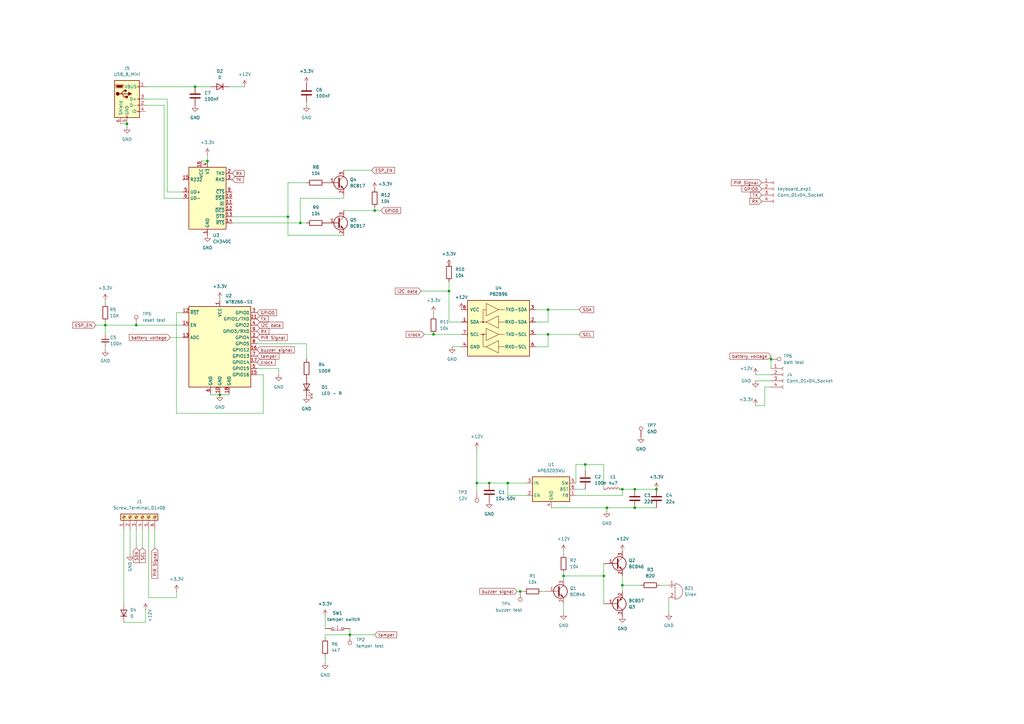
<source format=kicad_sch>
(kicad_sch (version 20231120) (generator "eeschema") (generator_version "8.0")
  (paper "A3")
  (title_block (title "EZS Q - Universal module") (rev "5") (company "Radim Kolář"))
  (lib_symbols
    (symbol "+12V_1" (power) (pin_numbers hide) (pin_names (offset 0) hide)
      (property "Value" "+12V_1" (at 0 3.556 0))
      (symbol "+12V_1_1_1"
        (pin power_in line (at 0 0 90) (length 0) hide (name "+12V") (number "1"))
      )
    )
    (symbol "+12V_2" (power) (pin_numbers hide) (pin_names (offset 0) hide)
      (property "Value" "+12V_2" (at 0 3.556 0))
      (symbol "+12V_2_1_1"
        (pin power_in line (at 0 0 90) (length 0) hide (name "+12V") (number "1"))
      )
    )
    (symbol "+12V_3" (power) (pin_numbers hide) (pin_names (offset 0) hide)
      (property "Value" "+12V" (at 0 3.556 0))
      (symbol "+12V_3_1_1"
        (pin power_in line (at 0 0 90) (length 0) (name "~") (number "1"))
      )
    )
    (symbol "+12V_4" (power) (pin_numbers hide) (pin_names (offset 0) hide)
      (property "Value" "+12V" (at 0 3.556 0))
      (symbol "+12V_4_1_1"
        (pin power_in line (at 0 0 90) (length 0) (name "~") (number "1"))
      )
    )
    (symbol "+3.3V_1" (power) (pin_numbers hide) (pin_names (offset 0) hide)
      (property "Value" "+3.3V" (at 0 3.556 0))
      (symbol "+3.3V_1_1_1"
        (pin power_in line (at 0 0 90) (length 0) (name "~") (number "1"))
      )
    )
    (symbol "+3.3V_10" (power) (pin_numbers hide) (pin_names (offset 0) hide)
      (property "Value" "+3.3V" (at 0 3.556 0))
      (symbol "+3.3V_10_1_1"
        (pin power_in line (at 0 0 90) (length 0) (name "~") (number "1"))
      )
    )
    (symbol "+3.3V_2" (power) (pin_names (offset 0))
      (property "Value" "+3.3V_2" (at 0 3.556 0))
      (symbol "+3.3V_2_1_1"
        (pin power_in line (at 0 0 90) (length 0) hide (name "+3.3V") (number "1"))
      )
    )
    (symbol "+3.3V_3" (power) (pin_names (offset 0))
      (property "Value" "+3.3V_3" (at 0 3.556 0))
      (symbol "+3.3V_3_1_1"
        (pin power_in line (at 0 0 90) (length 0) hide (name "+3.3V") (number "1"))
      )
    )
    (symbol "+3.3V_4" (power) (pin_names (offset 0))
      (property "Value" "+3.3V_4" (at 0 3.556 0))
      (symbol "+3.3V_4_1_1"
        (pin power_in line (at 0 0 90) (length 0) hide (name "+3.3V") (number "1"))
      )
    )
    (symbol "+3.3V_5" (power) (pin_numbers hide) (pin_names (offset 0) hide)
      (property "Value" "+3.3V" (at 0 3.556 0))
      (symbol "+3.3V_5_1_1"
        (pin power_in line (at 0 0 90) (length 0) (name "~") (number "1"))
      )
    )
    (symbol "+3.3V_6" (power) (pin_numbers hide) (pin_names (offset 0) hide)
      (property "Value" "+3.3V" (at 0 3.556 0))
      (symbol "+3.3V_6_1_1"
        (pin power_in line (at 0 0 90) (length 0) (name "~") (number "1"))
      )
    )
    (symbol "+3.3V_7" (power) (pin_numbers hide) (pin_names (offset 0) hide)
      (property "Value" "+3.3V" (at 0 3.556 0))
      (symbol "+3.3V_7_1_1"
        (pin power_in line (at 0 0 90) (length 0) (name "~") (number "1"))
      )
    )
    (symbol "+3.3V_8" (power) (pin_numbers hide) (pin_names (offset 0) hide)
      (property "Value" "+3.3V" (at 0 3.556 0))
      (symbol "+3.3V_8_1_1"
        (pin power_in line (at 0 0 90) (length 0) (name "~") (number "1"))
      )
    )
    (symbol "Connector:Conn_01x04_Socket" (pin_names (offset 1.016) hide)
      (property "Reference" "J" (at 0 5.08 0))
      (property "Value" "Conn_01x04_Socket" (at 0 -7.62 0))
      (symbol "Conn_01x04_Socket_1_1"
        (pin passive line (at -5.08 2.54 0) (length 3.81) (name "Pin_1") (number "1"))
        (pin passive line (at -5.08 0 0) (length 3.81) (name "Pin_2") (number "2"))
        (pin passive line (at -5.08 -2.54 0) (length 3.81) (name "Pin_3") (number "3"))
        (pin passive line (at -5.08 -5.08 0) (length 3.81) (name "Pin_4") (number "4"))
      )
    )
    (symbol "Connector:Screw_Terminal_01x06" (pin_names (offset 1.016) hide)
      (property "Reference" "J" (at 0 7.62 0))
      (property "Value" "Screw_Terminal_01x06" (at 0 -10.16 0))
      (symbol "Screw_Terminal_01x06_1_1"
        (pin passive line (at -5.08 5.08 0) (length 3.81) (name "Pin_1") (number "1"))
        (pin passive line (at -5.08 2.54 0) (length 3.81) (name "Pin_2") (number "2"))
        (pin passive line (at -5.08 0 0) (length 3.81) (name "Pin_3") (number "3"))
        (pin passive line (at -5.08 -2.54 0) (length 3.81) (name "Pin_4") (number "4"))
        (pin passive line (at -5.08 -5.08 0) (length 3.81) (name "Pin_5") (number "5"))
        (pin passive line (at -5.08 -7.62 0) (length 3.81) (name "Pin_6") (number "6"))
      )
    )
    (symbol "Connector:TestPoint" (pin_numbers hide) (pin_names (offset 0.762) hide)
      (property "Reference" "TP" (at 0 6.858 0))
      (property "Value" "TestPoint" (at 0 5.08 0))
      (symbol "TestPoint_1_1"
        (pin passive line (at 0 0 90) (length 2.54) (name "1") (number "1"))
      )
    )
    (symbol "Connector:USB_B_Mini" (pin_names (offset 1.016))
      (property "Reference" "J" (at -5.08 11.43 0))
      (property "Value" "USB_B_Mini" (at -5.08 8.89 0))
      (symbol "USB_B_Mini_1_1"
        (pin power_out line (at 7.62 5.08 180) (length 2.54) (name "VBUS") (number "1"))
        (pin bidirectional line (at 7.62 -2.54 180) (length 2.54) (name "D-") (number "2"))
        (pin bidirectional line (at 7.62 0 180) (length 2.54) (name "D+") (number "3"))
        (pin passive line (at 7.62 -5.08 180) (length 2.54) (name "ID") (number "4"))
        (pin power_out line (at 0 -10.16 90) (length 2.54) (name "GND") (number "5"))
        (pin passive line (at -2.54 -10.16 90) (length 2.54) (name "Shield") (number "6"))
      )
    )
    (symbol "Device:Buzzer" (pin_names (offset 0.0254) hide)
      (property "Reference" "BZ" (at 3.81 1.27 0))
      (property "Value" "Buzzer" (at 3.81 -1.27 0))
      (symbol "Buzzer_1_1"
        (pin passive line (at -2.54 2.54 0) (length 2.54) (name "-") (number "1"))
        (pin passive line (at -2.54 -2.54 0) (length 2.54) (name "+") (number "2"))
      )
    )
    (symbol "Device:C" (pin_numbers hide) (pin_names (offset 0.254))
      (property "Reference" "C" (at 0.635 2.54 0))
      (property "Value" "C" (at 0.635 -2.54 0))
      (symbol "C_1_1"
        (pin passive line (at 0 3.81 270) (length 2.794) (name "~") (number "1"))
        (pin passive line (at 0 -3.81 90) (length 2.794) (name "~") (number "2"))
      )
    )
    (symbol "Device:C_Small" (pin_numbers hide) (pin_names (offset 0.254) hide)
      (property "Reference" "C" (at 0.254 1.778 0))
      (property "Value" "C_Small" (at 0.254 -2.032 0))
      (symbol "C_Small_1_1"
        (pin passive line (at 0 2.54 270) (length 2.032) (name "~") (number "1"))
        (pin passive line (at 0 -2.54 90) (length 2.032) (name "~") (number "2"))
      )
    )
    (symbol "Device:D" (pin_numbers hide) (pin_names (offset 1.016) hide)
      (property "Reference" "D" (at 0 2.54 0))
      (property "Value" "D" (at 0 -2.54 0))
      (symbol "D_1_1"
        (pin passive line (at -3.81 0 0) (length 2.54) (name "K") (number "1"))
        (pin passive line (at 3.81 0 180) (length 2.54) (name "A") (number "2"))
      )
    )
    (symbol "Device:L" (pin_numbers hide) (pin_names (offset 1.016) hide)
      (property "Reference" "L" (at -1.27 0 90))
      (property "Value" "L" (at 1.905 0 90))
      (symbol "L_1_1"
        (pin passive line (at 0 3.81 270) (length 1.27) (name "1") (number "1"))
        (pin passive line (at 0 -3.81 90) (length 1.27) (name "2") (number "2"))
      )
    )
    (symbol "Device:LED" (pin_numbers hide) (pin_names (offset 1.016) hide)
      (property "Reference" "D" (at 0 2.54 0))
      (property "Value" "LED" (at 0 -2.54 0))
      (symbol "LED_1_1"
        (pin passive line (at -3.81 0 0) (length 2.54) (name "K") (number "1"))
        (pin passive line (at 3.81 0 180) (length 2.54) (name "A") (number "2"))
      )
    )
    (symbol "Device:R" (pin_numbers hide) (pin_names (offset 0))
      (property "Reference" "R" (at 2.032 0 90))
      (property "Value" "R" (at 0 0 90))
      (symbol "R_1_1"
        (pin passive line (at 0 3.81 270) (length 1.27) (name "~") (number "1"))
        (pin passive line (at 0 -3.81 90) (length 1.27) (name "~") (number "2"))
      )
    )
    (symbol "GND_1" (power) (pin_numbers hide) (pin_names (offset 0) hide)
      (property "Value" "GND_1" (at 0 -3.81 0))
      (symbol "GND_1_1_1"
        (pin power_in line (at 0 0 270) (length 0) hide (name "GND") (number "1"))
      )
    )
    (symbol "GND_10" (power) (pin_numbers hide) (pin_names (offset 0) hide)
      (property "Value" "GND" (at 0 -3.81 0))
      (symbol "GND_10_1_1"
        (pin power_in line (at 0 0 270) (length 0) (name "~") (number "1"))
      )
    )
    (symbol "GND_11" (power) (pin_numbers hide) (pin_names (offset 0) hide)
      (property "Value" "GND" (at 0 -3.81 0))
      (symbol "GND_11_1_1"
        (pin power_in line (at 0 0 270) (length 0) (name "~") (number "1"))
      )
    )
    (symbol "GND_12" (power) (pin_numbers hide) (pin_names (offset 0) hide)
      (property "Value" "GND" (at 0 -3.81 0))
      (symbol "GND_12_1_1"
        (pin power_in line (at 0 0 270) (length 0) (name "~") (number "1"))
      )
    )
    (symbol "GND_13" (power) (pin_numbers hide) (pin_names (offset 0) hide)
      (property "Value" "GND" (at 0 -3.81 0))
      (symbol "GND_13_1_1"
        (pin power_in line (at 0 0 270) (length 0) (name "~") (number "1"))
      )
    )
    (symbol "GND_2" (power) (pin_numbers hide) (pin_names (offset 0) hide)
      (property "Value" "GND_2" (at 0 -3.81 0))
      (symbol "GND_2_1_1"
        (pin power_in line (at 0 0 270) (length 0) hide (name "GND") (number "1"))
      )
    )
    (symbol "GND_3" (power) (pin_numbers hide) (pin_names (offset 0) hide)
      (property "Value" "GND_3" (at 0 -3.81 0))
      (symbol "GND_3_1_1"
        (pin power_in line (at 0 0 270) (length 0) hide (name "GND") (number "1"))
      )
    )
    (symbol "GND_4" (power) (pin_numbers hide) (pin_names (offset 0) hide)
      (property "Value" "GND" (at 0 -3.81 0))
      (symbol "GND_4_1_1"
        (pin power_in line (at 0 0 270) (length 0) (name "~") (number "1"))
      )
    )
    (symbol "GND_5" (power) (pin_numbers hide) (pin_names (offset 0) hide)
      (property "Value" "GND_5" (at 0 -3.81 0))
      (symbol "GND_5_1_1"
        (pin power_in line (at 0 0 270) (length 0) hide (name "GND") (number "1"))
      )
    )
    (symbol "GND_6" (power) (pin_names (offset 0))
      (property "Value" "GND_6" (at 0 -3.81 0))
      (symbol "GND_6_1_1"
        (pin power_in line (at 0 0 270) (length 0) hide (name "GND") (number "1"))
      )
    )
    (symbol "GND_7" (power) (pin_names (offset 0))
      (property "Value" "GND_7" (at 0 -3.81 0))
      (symbol "GND_7_1_1"
        (pin power_in line (at 0 0 270) (length 0) hide (name "GND") (number "1"))
      )
    )
    (symbol "GND_8" (power) (pin_names (offset 0))
      (property "Value" "GND_8" (at 0 -3.81 0))
      (symbol "GND_8_1_1"
        (pin power_in line (at 0 0 270) (length 0) hide (name "GND") (number "1"))
      )
    )
    (symbol "GND_9" (power) (pin_names (offset 0))
      (property "Value" "GND_9" (at 0 -3.81 0))
      (symbol "GND_9_1_1"
        (pin power_in line (at 0 0 270) (length 0) hide (name "GND") (number "1"))
      )
    )
    (symbol "Interface_Expansion:P82B96" (pin_names (offset 1.016))
      (property "Reference" "U" (at -12.7 12.7 0))
      (property "Value" "P82B96" (at 5.08 12.7 0))
      (symbol "P82B96_1_1"
        (pin bidirectional line (at -15.24 2.54 0) (length 2.54) (name "SDA") (number "1"))
        (pin input line (at 15.24 2.54 180) (length 2.54) (name "RXD-SDA") (number "2"))
        (pin output line (at 15.24 7.62 180) (length 2.54) (name "TXD-SDA") (number "3"))
        (pin power_in line (at -15.24 -7.62 0) (length 2.54) (name "GND") (number "4"))
        (pin output line (at 15.24 -2.54 180) (length 2.54) (name "TXD-SCL") (number "5"))
        (pin input line (at 15.24 -7.62 180) (length 2.54) (name "RXD-SCL") (number "6"))
        (pin bidirectional line (at -15.24 -2.54 0) (length 2.54) (name "SCL") (number "7"))
        (pin power_in line (at -15.24 7.62 0) (length 2.54) (name "VCC") (number "8"))
      )
    )
    (symbol "Interface_USB:CH340C"
      (property "Reference" "U" (at -5.08 13.97 0))
      (property "Value" "CH340C" (at 1.27 13.97 0))
      (symbol "CH340C_1_1"
        (pin power_in line (at 0 -15.24 90) (length 2.54) (name "GND") (number "1"))
        (pin input line (at 10.16 0 180) (length 2.54) (name "~{DSR}") (number "10"))
        (pin input line (at 10.16 -2.54 180) (length 2.54) (name "~{RI}") (number "11"))
        (pin input line (at 10.16 -5.08 180) (length 2.54) (name "~{DCD}") (number "12"))
        (pin output line (at 10.16 -7.62 180) (length 2.54) (name "~{DTR}") (number "13"))
        (pin output line (at 10.16 -10.16 180) (length 2.54) (name "~{RTS}") (number "14"))
        (pin input line (at -10.16 7.62 0) (length 2.54) (name "R232") (number "15"))
        (pin power_in line (at -2.54 15.24 270) (length 2.54) (name "VCC") (number "16"))
        (pin output line (at 10.16 10.16 180) (length 2.54) (name "TXD") (number "2"))
        (pin input line (at 10.16 7.62 180) (length 2.54) (name "RXD") (number "3"))
        (pin power_out line (at 0 15.24 270) (length 2.54) (name "V3") (number "4"))
        (pin bidirectional line (at -10.16 2.54 0) (length 2.54) (name "UD+") (number "5"))
        (pin bidirectional line (at -10.16 0 0) (length 2.54) (name "UD-") (number "6"))
        (pin no_connect line (at -7.62 -5.08 0) (length 2.54) hide (name "NC") (number "7"))
        (pin no_connect line (at -7.62 -7.62 0) (length 2.54) hide (name "NC") (number "8"))
        (pin input line (at 10.16 2.54 180) (length 2.54) (name "~{CTS}") (number "9"))
      )
    )
    (symbol "Regulator_Switching:AP63203WU"
      (property "Reference" "U" (at -7.62 6.35 0))
      (property "Value" "AP63203WU" (at 2.54 6.35 0))
      (symbol "AP63203WU_1_1"
        (pin input line (at 10.16 -2.54 180) (length 2.54) (name "FB") (number "1"))
        (pin input line (at -10.16 -2.54 0) (length 2.54) (name "EN") (number "2"))
        (pin power_in line (at -10.16 2.54 0) (length 2.54) (name "IN") (number "3"))
        (pin power_in line (at 0 -7.62 90) (length 2.54) (name "GND") (number "4"))
        (pin output line (at 10.16 2.54 180) (length 2.54) (name "SW") (number "5"))
        (pin passive line (at 10.16 0 180) (length 2.54) (name "BST") (number "6"))
      )
    )
    (symbol "Switch:SW_Push_Open" (pin_numbers hide) (pin_names (offset 1.016) hide)
      (property "Reference" "SW" (at 0 2.54 0))
      (property "Value" "SW_Push_Open" (at 0 -1.905 0))
      (symbol "SW_Push_Open_0_1"
        (pin passive line (at -5.08 0 0) (length 2.54) (name "A") (number "1"))
      )
      (symbol "SW_Push_Open_1_1"
        (pin passive line (at 5.08 0 180) (length 2.54) (name "B") (number "2"))
      )
    )
    (symbol "Transistor_BJT:BC817" (pin_names (offset 0) hide)
      (property "Reference" "Q" (at 5.08 1.905 0))
      (property "Value" "BC817" (at 5.08 0 0))
      (symbol "BC817_1_1"
        (pin input line (at -5.08 0 0) (length 5.715) (name "B") (number "1"))
        (pin passive line (at 2.54 -5.08 90) (length 2.54) (name "E") (number "2"))
        (pin passive line (at 2.54 5.08 270) (length 2.54) (name "C") (number "3"))
      )
    )
    (symbol "Transistor_BJT:BC846" (pin_names (offset 0) hide)
      (property "Reference" "Q" (at 5.08 1.905 0))
      (property "Value" "BC846" (at 5.08 0 0))
      (symbol "BC846_1_1"
        (pin input line (at -5.08 0 0) (length 5.715) (name "B") (number "1"))
        (pin passive line (at 2.54 -5.08 90) (length 2.54) (name "E") (number "2"))
        (pin passive line (at 2.54 5.08 270) (length 2.54) (name "C") (number "3"))
      )
    )
    (symbol "Transistor_BJT:BC857" (pin_names (offset 0) hide)
      (property "Reference" "Q" (at 5.08 1.905 0))
      (property "Value" "BC857" (at 5.08 0 0))
      (symbol "BC857_1_1"
        (pin input line (at -5.08 0 0) (length 5.715) (name "B") (number "1"))
        (pin passive line (at 2.54 -5.08 90) (length 2.54) (name "E") (number "2"))
        (pin passive line (at 2.54 5.08 270) (length 2.54) (name "C") (number "3"))
      )
    )
    (symbol "WT8266:WT8266-S1"
      (property "Reference" "U" (at -12.7 19.05 0))
      (property "Value" "WT8266-S1" (at 12.7 19.05 0))
      (symbol "WT8266-S1_1_1"
        (pin power_in line (at 0 20.32 270) (length 2.54) (name "VCC") (number "1"))
        (pin power_in line (at 0 -17.78 90) (length 2.54) (name "GND") (number "10"))
        (pin bidirectional line (at 15.24 12.7 180) (length 2.54) (name "GPIO1/TXD") (number "11"))
        (pin input line (at -15.24 15.24 0) (length 2.54) (name "~{RST}") (number "12"))
        (pin input line (at -15.24 5.08 0) (length 2.54) (name "ADC") (number "13"))
        (pin input line (at -15.24 10.16 0) (length 2.54) (name "EN") (number "14"))
        (pin bidirectional line (at 15.24 -10.16 180) (length 2.54) (name "GPIO16") (number "15"))
        (pin bidirectional line (at 15.24 0 180) (length 2.54) (name "GPIO12") (number "16"))
        (pin bidirectional line (at 15.24 -5.08 180) (length 2.54) (name "GPIO14") (number "17"))
        (pin power_in line (at 3.81 -17.78 90) (length 2.54) (name "GND") (number "18"))
        (pin bidirectional line (at 15.24 5.08 180) (length 2.54) (name "GPIO4") (number "2"))
        (pin bidirectional line (at 15.24 15.24 180) (length 2.54) (name "GPIO0") (number "3"))
        (pin bidirectional line (at 15.24 10.16 180) (length 2.54) (name "GPIO2") (number "4"))
        (pin bidirectional line (at 15.24 -7.62 180) (length 2.54) (name "GPIO15") (number "5"))
        (pin power_in line (at -3.81 -17.78 90) (length 2.54) (name "GND") (number "6"))
        (pin bidirectional line (at 15.24 -2.54 180) (length 2.54) (name "GPIO13") (number "7"))
        (pin bidirectional line (at 15.24 2.54 180) (length 2.54) (name "GPIO5") (number "8"))
        (pin bidirectional line (at 15.24 7.62 180) (length 2.54) (name "GPIO3/RXD") (number "9"))
      )
    )
    (symbol "power:+12V" (power) (pin_names (offset 0))
      (property "Value" "+12V" (at 0 3.556 0))
      (symbol "+12V_1_1"
        (pin power_in line (at 0 0 90) (length 0) hide (name "+12V") (number "1"))
      )
    )
    (symbol "power:+3.3V" (power) (pin_numbers hide) (pin_names (offset 0) hide)
      (property "Value" "+3.3V" (at 0 3.556 0))
      (symbol "+3.3V_1_1"
        (pin power_in line (at 0 0 90) (length 0) hide (name "+3.3V") (number "1"))
      )
    )
    (symbol "power:GND" (power) (pin_numbers hide) (pin_names (offset 0) hide)
      (property "Value" "GND" (at 0 -3.81 0))
      (symbol "GND_1_1"
        (pin power_in line (at 0 0 270) (length 0) hide (name "GND") (number "1"))
      )
    )
  )
  (junction (at 224.79 127))
  (junction (at 255.27 240.03))
  (junction (at 118.11 88.9))
  (junction (at 269.24 200.66))
  (junction (at 248.92 208.28))
  (junction (at 200.66 198.12))
  (junction (at 208.28 198.12))
  (junction (at 195.58 198.12))
  (junction (at 85.09 66.04))
  (junction (at 90.17 161.925))
  (junction (at 55.88 133.35))
  (junction (at 260.35 208.28))
  (junction (at 52.07 50.8))
  (junction (at 255.27 200.66))
  (junction (at 316.23 147.32))
  (junction (at 143.51 260.35))
  (junction (at 153.67 86.36))
  (junction (at 240.03 190.5))
  (junction (at 224.79 137.16))
  (junction (at 80.01 35.56))
  (junction (at 43.18 133.35))
  (junction (at 213.36 242.57))
  (junction (at 231.14 236.22))
  (junction (at 177.8 137.16))
  (junction (at 184.15 119.38))
  (junction (at 247.65 236.22))
  (junction (at 260.35 200.66))
  (junction (at 123.19 91.44))
  (wire (pts (xy 85.09 63.5) (xy 85.09 66.04)))
  (wire (pts (xy 140.97 86.36) (xy 153.67 86.36)))
  (wire (pts (xy 90.17 161.29) (xy 90.17 161.925)))
  (wire (pts (xy 215.9 203.2) (xy 208.28 203.2)))
  (wire (pts (xy 195.58 201.93) (xy 195.58 198.12)))
  (wire (pts (xy 49.53 50.8) (xy 52.07 50.8)))
  (wire (pts (xy 248.92 208.28) (xy 248.92 209.55)))
  (wire (pts (xy 63.5 217.17) (xy 63.5 224.79)))
  (wire (pts (xy 208.28 198.12) (xy 215.9 198.12)))
  (wire (pts (xy 59.69 40.64) (xy 68.58 40.64)))
  (wire (pts (xy 224.79 137.16) (xy 237.49 137.16)))
  (wire (pts (xy 184.15 119.38) (xy 184.15 132.08)))
  (wire (pts (xy 125.73 91.44) (xy 123.19 91.44)))
  (wire (pts (xy 231.14 226.06) (xy 231.14 227.33)))
  (wire (pts (xy 153.67 260.35) (xy 143.51 260.35)))
  (wire (pts (xy 59.69 255.27) (xy 50.8 255.27)))
  (wire (pts (xy 90.17 123.19) (xy 90.17 122.555)))
  (wire (pts (xy 114.3 151.13) (xy 114.3 153.67)))
  (wire (pts (xy 123.19 81.28) (xy 123.19 91.44)))
  (wire (pts (xy 72.39 169.545) (xy 72.39 128.27)))
  (wire (pts (xy 309.88 166.37) (xy 313.69 166.37)))
  (wire (pts (xy 72.39 128.27) (xy 74.93 128.27)))
  (wire (pts (xy 95.25 88.9) (xy 118.11 88.9)))
  (wire (pts (xy 184.15 115.57) (xy 184.15 119.38)))
  (wire (pts (xy 255.27 236.22) (xy 255.27 240.03)))
  (wire (pts (xy 43.18 132.08) (xy 43.18 133.35)))
  (wire (pts (xy 316.23 147.32) (xy 316.23 151.13)))
  (wire (pts (xy 222.25 242.57) (xy 223.52 242.57)))
  (wire (pts (xy 262.89 240.03) (xy 255.27 240.03)))
  (wire (pts (xy 177.8 128.27) (xy 177.8 129.54)))
  (wire (pts (xy 231.14 236.22) (xy 231.14 234.95)))
  (wire (pts (xy 105.41 153.67) (xy 107.95 153.67)))
  (wire (pts (xy 260.35 208.28) (xy 269.24 208.28)))
  (wire (pts (xy 140.97 81.28) (xy 123.19 81.28)))
  (wire (pts (xy 105.41 151.13) (xy 114.3 151.13)))
  (wire (pts (xy 72.39 242.57) (xy 72.39 245.11)))
  (wire (pts (xy 86.36 161.925) (xy 90.17 161.925)))
  (wire (pts (xy 43.18 123.19) (xy 43.18 124.46)))
  (wire (pts (xy 43.18 142.24) (xy 43.18 143.51)))
  (wire (pts (xy 213.36 242.57) (xy 214.63 242.57)))
  (wire (pts (xy 68.58 40.64) (xy 68.58 78.74)))
  (wire (pts (xy 185.42 142.24) (xy 189.23 142.24)))
  (wire (pts (xy 59.69 250.19) (xy 59.69 255.27)))
  (wire (pts (xy 140.97 80.01) (xy 140.97 81.28)))
  (wire (pts (xy 309.88 153.67) (xy 316.23 153.67)))
  (wire (pts (xy 177.8 137.16) (xy 189.23 137.16)))
  (wire (pts (xy 43.18 133.35) (xy 55.88 133.35)))
  (wire (pts (xy 52.07 52.07) (xy 52.07 50.8)))
  (wire (pts (xy 195.58 198.12) (xy 200.66 198.12)))
  (wire (pts (xy 125.73 74.93) (xy 118.11 74.93)))
  (wire (pts (xy 58.42 224.79) (xy 58.42 217.17)))
  (wire (pts (xy 224.79 142.24) (xy 224.79 137.16)))
  (wire (pts (xy 118.11 96.52) (xy 140.97 96.52)))
  (wire (pts (xy 72.39 245.11) (xy 60.96 245.11)))
  (wire (pts (xy 236.22 198.12) (xy 236.22 190.5)))
  (wire (pts (xy 316.23 158.75) (xy 313.69 158.75)))
  (wire (pts (xy 184.15 109.22) (xy 184.15 107.95)))
  (wire (pts (xy 200.66 198.12) (xy 208.28 198.12)))
  (wire (pts (xy 195.58 184.15) (xy 195.58 198.12)))
  (wire (pts (xy 231.14 236.22) (xy 247.65 236.22)))
  (wire (pts (xy 67.31 43.18) (xy 67.31 81.28)))
  (wire (pts (xy 270.51 240.03) (xy 274.32 240.03)))
  (wire (pts (xy 133.35 260.35) (xy 143.51 260.35)))
  (wire (pts (xy 153.67 86.36) (xy 156.21 86.36)))
  (wire (pts (xy 240.03 200.66) (xy 236.22 200.66)))
  (wire (pts (xy 59.69 35.56) (xy 80.01 35.56)))
  (wire (pts (xy 69.85 138.43) (xy 74.93 138.43)))
  (wire (pts (xy 260.35 200.66) (xy 269.24 200.66)))
  (wire (pts (xy 247.65 231.14) (xy 247.65 236.22)))
  (wire (pts (xy 82.55 66.04) (xy 85.09 66.04)))
  (wire (pts (xy 255.27 200.66) (xy 255.27 203.2)))
  (wire (pts (xy 226.06 208.28) (xy 248.92 208.28)))
  (wire (pts (xy 255.27 200.66) (xy 260.35 200.66)))
  (wire (pts (xy 208.28 203.2) (xy 208.28 198.12)))
  (wire (pts (xy 107.95 153.67) (xy 107.95 169.545)))
  (wire (pts (xy 133.35 261.62) (xy 133.35 260.35)))
  (wire (pts (xy 60.96 217.17) (xy 60.96 245.11)))
  (wire (pts (xy 140.97 69.85) (xy 152.4 69.85)))
  (wire (pts (xy 316.23 146.05) (xy 316.23 147.32)))
  (wire (pts (xy 260.35 208.28) (xy 248.92 208.28)))
  (wire (pts (xy 123.19 91.44) (xy 95.25 91.44)))
  (wire (pts (xy 240.03 190.5) (xy 240.03 193.04)))
  (wire (pts (xy 43.18 133.35) (xy 43.18 137.16)))
  (wire (pts (xy 219.71 127) (xy 224.79 127)))
  (wire (pts (xy 39.37 133.35) (xy 43.18 133.35)))
  (wire (pts (xy 133.35 269.24) (xy 133.35 271.78)))
  (wire (pts (xy 118.11 74.93) (xy 118.11 88.9)))
  (wire (pts (xy 236.22 203.2) (xy 255.27 203.2)))
  (wire (pts (xy 219.71 142.24) (xy 224.79 142.24)))
  (wire (pts (xy 133.35 257.81) (xy 133.35 252.73)))
  (wire (pts (xy 55.88 133.35) (xy 74.93 133.35)))
  (wire (pts (xy 219.71 132.08) (xy 224.79 132.08)))
  (wire (pts (xy 67.31 81.28) (xy 74.93 81.28)))
  (wire (pts (xy 236.22 190.5) (xy 240.03 190.5)))
  (wire (pts (xy 172.72 119.38) (xy 184.15 119.38)))
  (wire (pts (xy 212.09 242.57) (xy 213.36 242.57)))
  (wire (pts (xy 173.99 137.16) (xy 177.8 137.16)))
  (wire (pts (xy 231.14 237.49) (xy 231.14 236.22)))
  (wire (pts (xy 80.01 35.56) (xy 86.36 35.56)))
  (wire (pts (xy 224.79 132.08) (xy 224.79 127)))
  (wire (pts (xy 59.69 43.18) (xy 67.31 43.18)))
  (wire (pts (xy 153.67 85.09) (xy 153.67 86.36)))
  (wire (pts (xy 224.79 127) (xy 237.49 127)))
  (wire (pts (xy 125.73 41.91) (xy 125.73 43.18)))
  (wire (pts (xy 247.65 236.22) (xy 247.65 247.65)))
  (wire (pts (xy 90.17 161.925) (xy 93.98 161.925)))
  (wire (pts (xy 93.98 35.56) (xy 100.33 35.56)))
  (wire (pts (xy 184.15 132.08) (xy 189.23 132.08)))
  (wire (pts (xy 255.27 240.03) (xy 255.27 242.57)))
  (wire (pts (xy 247.65 200.66) (xy 247.65 190.5)))
  (wire (pts (xy 50.8 217.17) (xy 50.8 247.65)))
  (wire (pts (xy 231.14 247.65) (xy 231.14 251.46)))
  (wire (pts (xy 309.88 156.21) (xy 316.23 156.21)))
  (wire (pts (xy 105.41 140.97) (xy 125.73 140.97)))
  (wire (pts (xy 93.98 161.29) (xy 93.98 161.925)))
  (wire (pts (xy 118.11 88.9) (xy 118.11 96.52)))
  (wire (pts (xy 125.73 140.97) (xy 125.73 147.32)))
  (wire (pts (xy 219.71 137.16) (xy 224.79 137.16)))
  (wire (pts (xy 313.69 158.75) (xy 313.69 166.37)))
  (wire (pts (xy 55.88 224.79) (xy 55.88 217.17)))
  (wire (pts (xy 68.58 78.74) (xy 74.93 78.74)))
  (wire (pts (xy 107.95 169.545) (xy 72.39 169.545)))
  (wire (pts (xy 53.34 227.33) (xy 53.34 217.17)))
  (wire (pts (xy 86.36 161.29) (xy 86.36 161.925)))
  (wire (pts (xy 143.51 260.35) (xy 143.51 257.81)))
  (wire (pts (xy 274.32 251.46) (xy 274.32 245.11)))
  (wire (pts (xy 247.65 190.5) (xy 240.03 190.5)))
  (global_label "RX" (shape input) (at 105.41 135.89 0) (property "Intersheetrefs" "${INTERSHEET_REFS}" (effects (hide yes))))
  (global_label "I2C data" (shape input) (at 172.72 119.38 180) (property "Intersheetrefs" "${INTERSHEET_REFS}" (effects (hide yes))))
  (global_label "RX" (shape input) (at 312.42 82.55 180) (property "Intersheetrefs" "${INTERSHEET_REFS}" (effects (hide yes))))
  (global_label "TX" (shape input) (at 105.41 130.81 0) (property "Intersheetrefs" "${INTERSHEET_REFS}" (effects (hide yes))))
  (global_label "clock" (shape input) (at 105.41 148.59 0) (property "Intersheetrefs" "${INTERSHEET_REFS}" (effects (hide yes))))
  (global_label "SCL" (shape input) (at 58.42 224.79 270) (property "Intersheetrefs" "${INTERSHEET_REFS}" (effects (hide yes))))
  (global_label "ESP_EN" (shape input) (at 152.4 69.85 0) (property "Intersheetrefs" "${INTERSHEET_REFS}" (effects (hide yes))))
  (global_label "tamper" (shape input) (at 153.67 260.35 0) (property "Intersheetrefs" "${INTERSHEET_REFS}" (effects (hide yes))))
  (global_label "SDA" (shape input) (at 55.88 224.79 270) (property "Intersheetrefs" "${INTERSHEET_REFS}" (effects (hide yes))))
  (global_label "PIR Signal" (shape input) (at 63.5 224.79 270) (property "Intersheetrefs" "${INTERSHEET_REFS}" (effects (hide yes))))
  (global_label "GPIO0" (shape input) (at 312.42 77.47 180) (property "Intersheetrefs" "${INTERSHEET_REFS}" (effects (hide yes))))
  (global_label "battery voltage" (shape input) (at 316.23 146.05 180) (property "Intersheetrefs" "${INTERSHEET_REFS}" (effects (hide yes))))
  (global_label "PIR Signal" (shape input) (at 312.42 74.93 180) (property "Intersheetrefs" "${INTERSHEET_REFS}" (effects (hide yes))))
  (global_label "battery voltage" (shape input) (at 69.85 138.43 180) (property "Intersheetrefs" "${INTERSHEET_REFS}" (effects (hide yes))))
  (global_label "RX" (shape input) (at 95.25 71.12 0) (property "Intersheetrefs" "${INTERSHEET_REFS}" (effects (hide yes))))
  (global_label "GPIO0" (shape input) (at 156.21 86.36 0) (property "Intersheetrefs" "${INTERSHEET_REFS}" (effects (hide yes))))
  (global_label "ESP_EN" (shape input) (at 39.37 133.35 180) (property "Intersheetrefs" "${INTERSHEET_REFS}" (effects (hide yes))))
  (global_label "SCL" (shape input) (at 237.49 137.16 0) (property "Intersheetrefs" "${INTERSHEET_REFS}" (effects (hide yes))))
  (global_label "tamper" (shape input) (at 105.41 146.05 0) (property "Intersheetrefs" "${INTERSHEET_REFS}" (effects (hide yes))))
  (global_label "I2C data" (shape input) (at 105.41 133.35 0) (property "Intersheetrefs" "${INTERSHEET_REFS}" (effects (hide yes))))
  (global_label "clock" (shape input) (at 173.99 137.16 180) (property "Intersheetrefs" "${INTERSHEET_REFS}" (effects (hide yes))))
  (global_label "PIR Signal" (shape input) (at 105.41 138.43 0) (property "Intersheetrefs" "${INTERSHEET_REFS}" (effects (hide yes))))
  (global_label "TX" (shape input) (at 95.25 73.66 0) (property "Intersheetrefs" "${INTERSHEET_REFS}" (effects (hide yes))))
  (global_label "SDA" (shape input) (at 237.49 127 0) (property "Intersheetrefs" "${INTERSHEET_REFS}" (effects (hide yes))))
  (global_label "buzzer signal" (shape input) (at 212.09 242.57 180) (property "Intersheetrefs" "${INTERSHEET_REFS}" (effects (hide yes))))
  (global_label "buzzer signal" (shape input) (at 105.41 143.51 0) (property "Intersheetrefs" "${INTERSHEET_REFS}" (effects (hide yes))))
  (global_label "TX" (shape input) (at 312.42 80.01 180) (property "Intersheetrefs" "${INTERSHEET_REFS}" (effects (hide yes))))
  (global_label "GPIO0" (shape input) (at 105.41 128.27 0) (property "Intersheetrefs" "${INTERSHEET_REFS}" (effects (hide yes))))
  (symbol (lib_id "Device:D") (at 50.8 251.46 90) (unit 1)
    (property "Reference" "D4" (at 53.34 250.1899 90) (effects (justify right)))
    (property "Value" "D" (at 53.34 252.7299 90) (effects (justify right)))
    (property "Footprint" "Diode_SMD:D_0603_1608Metric" (effects (hide yes)))
    (property "Description" "Diode" (effects (hide yes)))
    (property "Sim.Device" "D" (effects (hide yes)))
    (property "Sim.Pins" "1=K 2=A" (effects (hide yes)))
  )
  (symbol (lib_name "+3.3V_7") (lib_id "power:+3.3V") (at 85.09 63.5 0) (unit 1)
    (property "Reference" "#PWR032" (effects (hide yes)))
    (property "Value" "+3.3V" (at 85.09 58.42 0))
    (property "Description" "Power symbol creates a global label with name \"+3.3V\"" (effects (hide yes)))
  )
  (symbol (lib_id "Connector:Conn_01x04_Socket") (at 317.5 77.47 0) (unit 1)
    (property "Reference" "keyboard_exp1" (at 318.77 77.4699 0) (effects (justify left)))
    (property "Value" "Conn_01x04_Socket" (at 318.77 80.0099 0) (effects (justify left)))
    (property "Footprint" "Connector_PinSocket_2.54mm:PinSocket_1x04_P2.54mm_Vertical" (effects (hide yes)))
  )
  (symbol (lib_name "+3.3V_1") (lib_id "power:+3.3V") (at 184.15 109.22 0) (unit 1)
    (property "Reference" "#PWR029" (effects (hide yes)))
    (property "Value" "+3.3V" (at 184.15 104.14 0))
    (property "Description" "Power symbol creates a global label with name \"+3.3V\"" (effects (hide yes)))
  )
  (symbol (lib_id "Interface_Expansion:P82B96") (at 204.47 134.62 0) (unit 1)
    (property "Reference" "U4" (at 204.47 118.11 0))
    (property "Value" "P82B96" (at 204.47 120.65 0))
    (property "Footprint" "P82B96D:SOIC127P599X175-8N" (effects (hide yes)))
    (property "Datasheet" "http://www.nxp.com/docs/en/data-sheet/P82B96.pdf" (effects (hide yes)))
    (property "Description" "Dual I2C Bus Buffer, DIP8/SO8/TSSOP8" (effects (hide yes)))
  )
  (symbol (lib_name "+12V_2") (lib_id "power:+12V") (at 231.14 226.06 0) (unit 1)
    (property "Reference" "#PWR010" (effects (hide yes)))
    (property "Value" "+12V" (at 231.14 220.98 0))
  )
  (symbol (lib_name "GND_7") (lib_id "power:GND") (at 309.88 156.21 0) (unit 1)
    (property "Reference" "#PWR024" (effects (hide yes)))
    (property "Value" "GND" (at 306.07 156.21 0))
  )
  (symbol (lib_id "Device:R") (at 218.44 242.57 90) (unit 1)
    (property "Reference" "R1" (at 218.44 236.22 90))
    (property "Value" "10k" (at 218.44 238.76 90))
    (property "Footprint" "Resistor_SMD:R_0603_1608Metric" (effects (hide yes)))
  )
  (symbol (lib_name "+3.3V_5") (lib_id "power:+3.3V") (at 177.8 128.27 0) (unit 1)
    (property "Reference" "#PWR033" (effects (hide yes)))
    (property "Value" "+3.3V" (at 177.8 123.19 0))
    (property "Description" "Power symbol creates a global label with name \"+3.3V\"" (effects (hide yes)))
  )
  (symbol (lib_name "GND_6") (lib_id "power:GND") (at 133.35 271.78 0) (unit 1)
    (property "Reference" "#PWR022" (effects (hide yes)))
    (property "Value" "GND" (at 133.35 276.86 0))
  )
  (symbol (lib_id "power:GND") (at 200.66 205.74 0) (unit 1)
    (property "Reference" "#PWR01" (effects (hide yes)))
    (property "Value" "GND" (at 200.66 210.82 0))
  )
  (symbol (lib_id "Connector:TestPoint") (at 55.88 133.35 0) (unit 1)
    (property "Reference" "TP5" (at 58.42 128.778 0) (effects (justify left)))
    (property "Value" "reset test" (at 58.42 131.318 0) (effects (justify left)))
    (property "Footprint" "TestPoint:TestPoint_Pad_1.5x1.5mm" (effects (hide yes)))
  )
  (symbol (lib_id "Transistor_BJT:BC846") (at 228.6 242.57 0) (unit 1)
    (property "Reference" "Q1" (at 233.68 241.3 0) (effects (justify left)))
    (property "Value" "BC846" (at 233.68 243.84 0) (effects (justify left)))
    (property "Footprint" "Package_TO_SOT_SMD:SOT-23" (effects (hide yes)))
    (property "Datasheet" "https://assets.nexperia.com/documents/data-sheet/BC846_SER.pdf" (effects (hide yes)))
  )
  (symbol (lib_id "Device:C") (at 125.73 38.1 0) (unit 1)
    (property "Reference" "C6" (at 129.54 36.8299 0) (effects (justify left)))
    (property "Value" "100nF" (at 129.54 39.3699 0) (effects (justify left)))
    (property "Footprint" "Capacitor_SMD:C_0603_1608Metric" (effects (hide yes)))
    (property "Description" "Unpolarized capacitor" (effects (hide yes)))
  )
  (symbol (lib_id "WT8266:WT8266-S1") (at 90.17 143.51 0) (unit 1)
    (property "Reference" "U2" (at 92.3641 121.285 0) (effects (justify left)))
    (property "Value" "WT8266-S1" (at 92.3641 123.825 0) (effects (justify left)))
    (property "Footprint" "WT8266:WT8266-S1" (effects (hide yes)))
    (property "Datasheet" "https://botland.cz/index.php?controller=attachment&id_attachment=1796" (effects (hide yes)))
  )
  (symbol (lib_name "+3.3V_10") (lib_id "power:+3.3V") (at 153.67 77.47 0) (unit 1)
    (property "Reference" "#PWR037" (effects (hide yes)))
    (property "Value" "+3.3V" (at 157.988 75.438 0))
    (property "Description" "Power symbol creates a global label with name \"+3.3V\"" (effects (hide yes)))
  )
  (symbol (lib_id "Device:R") (at 129.54 74.93 90) (unit 1)
    (property "Reference" "R8" (at 129.54 68.58 90))
    (property "Value" "10k" (at 129.54 71.12 90))
    (property "Footprint" "Resistor_SMD:R_0603_1608Metric" (effects (hide yes)))
    (property "Description" "Resistor" (effects (hide yes)))
  )
  (symbol (lib_id "Device:L") (at 251.46 200.66 90) (unit 1)
    (property "Reference" "L1" (at 251.46 195.58 90))
    (property "Value" "4u7" (at 251.46 198.12 90))
    (property "Footprint" "Inductor_SMD:L_Ferrocore_DLG-0504" (effects (hide yes)))
    (property "Datasheet" "https://www.tme.eu/Document/bda580f72a60a2225c2f6576c2740ae1/dlg-0504.pdf" (effects (hide yes)))
  )
  (symbol (lib_name "+3.3V_2") (lib_id "power:+3.3V") (at 43.18 123.19 0) (unit 1)
    (property "Reference" "#PWR018" (effects (hide yes)))
    (property "Value" "+3.3V" (at 43.18 118.11 0))
  )
  (symbol (lib_id "power:+12V") (at 309.88 153.67 0) (unit 1)
    (property "Reference" "#PWR023" (effects (hide yes)))
    (property "Value" "+12V" (at 306.07 151.13 0))
  )
  (symbol (lib_name "+12V_2") (lib_id "power:+12V") (at 255.27 226.06 0) (unit 1)
    (property "Reference" "#PWR011" (effects (hide yes)))
    (property "Value" "+12V" (at 255.27 220.98 0))
  )
  (symbol (lib_id "Connector:Screw_Terminal_01x06") (at 55.88 212.09 90) (unit 1)
    (property "Reference" "J1" (at 57.15 205.74 90))
    (property "Value" "Screw_Terminal_01x06" (at 57.15 208.28 90))
    (property "Footprint" "TerminalBlock_Phoenix:TerminalBlock_Phoenix_MKDS-1,5-6_1x06_P5.00mm_Horizontal" (effects (hide yes)))
    (property "Description" "Generic screw terminal, single row, 01x06, script generated (kicad-library-utils/schlib/autogen/connector/)" (effects (hide yes)))
  )
  (symbol (lib_id "Device:C") (at 80.01 39.37 0) (unit 1)
    (property "Reference" "C7" (at 83.82 38.0999 0) (effects (justify left)))
    (property "Value" "100nF" (at 83.82 40.6399 0) (effects (justify left)))
    (property "Footprint" "Capacitor_SMD:C_0603_1608Metric" (effects (hide yes)))
    (property "Description" "Unpolarized capacitor" (effects (hide yes)))
  )
  (symbol (lib_name "GND_12") (lib_id "power:GND") (at 52.07 52.07 0) (unit 1)
    (property "Reference" "#PWR031" (effects (hide yes)))
    (property "Value" "GND" (at 52.07 57.15 0))
    (property "Description" "Power symbol creates a global label with name \"GND\" , ground" (effects (hide yes)))
  )
  (symbol (lib_id "Connector:Conn_01x04_Socket") (at 321.31 153.67 0) (unit 1)
    (property "Reference" "J4" (at 322.58 153.67 0) (effects (justify left)))
    (property "Value" "Conn_01x04_Socket" (at 322.58 156.21 0) (effects (justify left)))
    (property "Footprint" "Connector_PinSocket_2.54mm:PinSocket_1x04_P2.54mm_Vertical" (effects (hide yes)))
  )
  (symbol (lib_name "GND_8") (lib_id "power:GND") (at 262.89 179.07 0) (unit 1)
    (property "Reference" "#PWR026" (effects (hide yes)))
    (property "Value" "GND" (at 262.89 184.15 0))
  )
  (symbol (lib_name "+3.3V_3") (lib_id "power:+3.3V") (at 133.35 252.73 0) (unit 1)
    (property "Reference" "#PWR021" (effects (hide yes)))
    (property "Value" "+3.3V" (at 133.35 247.65 0))
  )
  (symbol (lib_id "Transistor_BJT:BC846") (at 252.73 231.14 0) (unit 1)
    (property "Reference" "Q2" (at 257.81 229.87 0) (effects (justify left)))
    (property "Value" "BC846" (at 257.81 232.41 0) (effects (justify left)))
    (property "Footprint" "Package_TO_SOT_SMD:SOT-23" (effects (hide yes)))
    (property "Datasheet" "https://assets.nexperia.com/documents/data-sheet/BC846_SER.pdf" (effects (hide yes)))
  )
  (symbol (lib_id "Device:C") (at 200.66 201.93 0) (unit 1)
    (property "Reference" "C1" (at 204.47 201.93 0) (effects (justify left)))
    (property "Value" "10u 50V" (at 203.2 204.47 0) (effects (justify left)))
    (property "Footprint" "Capacitor_SMD:CP_Elec_5x5.3" (effects (hide yes)))
    (property "Datasheet" "https://www.tme.eu/Document/aac1e387ce18b346062dc6a9fcbcf88f/sc.pdf" (effects (hide yes)))
  )
  (symbol (lib_id "Connector:TestPoint") (at 262.89 179.07 0) (unit 1)
    (property "Reference" "TP7" (at 265.43 174.498 0) (effects (justify left)))
    (property "Value" "GND" (at 265.43 177.038 0) (effects (justify left)))
    (property "Footprint" "TestPoint:TestPoint_Pad_1.5x1.5mm" (effects (hide yes)))
  )
  (symbol (lib_name "GND_2") (lib_id "power:GND") (at 274.32 251.46 0) (unit 1)
    (property "Reference" "#PWR06" (effects (hide yes)))
    (property "Value" "GND" (at 274.32 256.54 0))
  )
  (symbol (lib_id "Transistor_BJT:BC857") (at 252.73 247.65 0) (mirror x) (unit 1)
    (property "Reference" "Q3" (at 257.81 248.92 0) (effects (justify left)))
    (property "Value" "BC857" (at 257.81 246.38 0) (effects (justify left)))
    (property "Footprint" "Package_TO_SOT_SMD:SOT-23" (effects (hide yes)))
    (property "Datasheet" "https://www.onsemi.com/pub/Collateral/BC860-D.pdf" (effects (hide yes)))
  )
  (symbol (lib_name "+3.3V_4") (lib_id "power:+3.3V") (at 309.88 166.37 0) (unit 1)
    (property "Reference" "#PWR025" (effects (hide yes)))
    (property "Value" "+3.3V" (at 306.07 163.83 0))
  )
  (symbol (lib_id "Device:R") (at 177.8 133.35 0) (unit 1)
    (property "Reference" "R11" (at 180.34 132.0799 0) (effects (justify left)))
    (property "Value" "10k" (at 180.34 134.6199 0) (effects (justify left)))
    (property "Footprint" "Resistor_SMD:R_0603_1608Metric" (effects (hide yes)))
    (property "Description" "Resistor" (effects (hide yes)))
  )
  (symbol (lib_id "Device:R") (at 184.15 111.76 0) (unit 1)
    (property "Reference" "R10" (at 186.69 110.4899 0) (effects (justify left)))
    (property "Value" "10k" (at 186.69 113.0299 0) (effects (justify left)))
    (property "Footprint" "Resistor_SMD:R_0603_1608Metric" (effects (hide yes)))
    (property "Description" "Resistor" (effects (hide yes)))
  )
  (symbol (lib_name "+3.3V_6") (lib_id "power:+3.3V") (at 72.39 242.57 0) (unit 1)
    (property "Reference" "#PWR020" (effects (hide yes)))
    (property "Value" "+3.3V" (at 72.39 237.49 0))
    (property "Description" "Power symbol creates a global label with name \"+3.3V\"" (effects (hide yes)))
  )
  (symbol (lib_id "power:GND") (at 43.18 143.51 0) (unit 1)
    (property "Reference" "#PWR019" (effects (hide yes)))
    (property "Value" "GND" (at 43.18 147.955 0))
  )
  (symbol (lib_id "Connector:TestPoint") (at 316.23 147.32 270) (unit 1)
    (property "Reference" "TP6" (at 321.31 146.05 90) (effects (justify left)))
    (property "Value" "batt test" (at 321.31 148.59 90) (effects (justify left)))
    (property "Footprint" "TestPoint:TestPoint_Pad_1.5x1.5mm" (effects (hide yes)))
  )
  (symbol (lib_id "power:+3.3V") (at 90.17 122.555 0) (unit 1)
    (property "Reference" "#PWR07" (effects (hide yes)))
    (property "Value" "+3.3V" (at 90.17 117.475 0))
  )
  (symbol (lib_id "Device:R") (at 133.35 265.43 0) (unit 1)
    (property "Reference" "R6" (at 135.89 264.16 0) (effects (justify left)))
    (property "Value" "4k7" (at 135.89 266.7 0) (effects (justify left)))
    (property "Footprint" "Resistor_SMD:R_0603_1608Metric" (effects (hide yes)))
  )
  (symbol (lib_id "Device:C") (at 240.03 196.85 0) (unit 1)
    (property "Reference" "C2" (at 243.84 195.58 0) (effects (justify left)))
    (property "Value" "100n" (at 243.84 198.12 0) (effects (justify left)))
    (property "Footprint" "Capacitor_SMD:C_0603_1608Metric" (effects (hide yes)))
    (property "Datasheet" "https://www.tme.eu/Document/aac1e387ce18b346062dc6a9fcbcf88f/sc.pdf" (effects (hide yes)))
  )
  (symbol (lib_id "Device:R") (at 125.73 151.13 0) (unit 1)
    (property "Reference" "R4" (at 130.556 149.606 0) (effects (justify left)))
    (property "Value" "100R" (at 130.556 152.146 0) (effects (justify left)))
    (property "Footprint" "Resistor_SMD:R_0603_1608Metric" (effects (hide yes)))
  )
  (symbol (lib_id "Device:R") (at 43.18 128.27 180) (unit 1)
    (property "Reference" "R5" (at 46.355 127 0))
    (property "Value" "10K" (at 46.99 129.54 0))
    (property "Footprint" "Resistor_SMD:R_0603_1608Metric" (effects (hide yes)))
  )
  (symbol (lib_name "+12V_2") (lib_id "power:+12V") (at 195.58 184.15 0) (unit 1)
    (property "Reference" "#PWR03" (effects (hide yes)))
    (property "Value" "+12V" (at 195.58 179.07 0))
  )
  (symbol (lib_name "GND_2") (lib_id "power:GND") (at 255.27 252.73 0) (unit 1)
    (property "Reference" "#PWR05" (effects (hide yes)))
    (property "Value" "GND" (at 255.27 257.81 0))
  )
  (symbol (lib_id "Device:Buzzer") (at 276.86 242.57 0) (unit 1)
    (property "Reference" "BZ1" (at 280.67 241.2999 0) (effects (justify left)))
    (property "Value" "Siren" (at 280.67 243.8399 0) (effects (justify left)))
    (property "Footprint" "piezo:LPT2270AS" (effects (hide yes)))
    (property "Datasheet" "https://www.tme.eu/Document/ebee8c70ade5bd1974a0dd85960641eb/LPT2270AS-HS-12-4.0-19-R.pdf" (effects (hide yes)))
  )
  (symbol (lib_name "+12V_1") (lib_id "power:+12V") (at 59.69 250.19 0) (unit 1)
    (property "Reference" "#PWR013" (effects (hide yes)))
    (property "Value" "+12V" (at 61.468 252.476 90))
  )
  (symbol (lib_id "Regulator_Switching:AP63203WU") (at 226.06 200.66 0) (unit 1)
    (property "Reference" "U1" (at 226.06 190.5 0))
    (property "Value" "AP63203WU" (at 226.06 193.04 0))
    (property "Footprint" "Package_TO_SOT_SMD:TSOT-23-6" (effects (hide yes)))
    (property "Datasheet" "https://www.diodes.com/assets/Datasheets/AP63200-AP63201-AP63203-AP63205.pdf" (effects (hide yes)))
  )
  (symbol (lib_name "+3.3V_8") (lib_id "power:+3.3V") (at 125.73 34.29 0) (unit 1)
    (property "Reference" "#PWR035" (effects (hide yes)))
    (property "Value" "+3.3V" (at 125.73 29.21 0))
    (property "Description" "Power symbol creates a global label with name \"+3.3V\"" (effects (hide yes)))
  )
  (symbol (lib_name "GND_11") (lib_id "power:GND") (at 80.01 43.18 0) (unit 1)
    (property "Reference" "#PWR04" (effects (hide yes)))
    (property "Value" "GND" (at 80.01 48.26 0))
    (property "Description" "Power symbol creates a global label with name \"GND\" , ground" (effects (hide yes)))
  )
  (symbol (lib_id "Device:D") (at 90.17 35.56 180) (unit 1)
    (property "Reference" "D2" (at 90.17 29.21 0))
    (property "Value" "D" (at 90.17 31.75 0))
    (property "Footprint" "Diode_SMD:D_0603_1608Metric" (effects (hide yes)))
    (property "Description" "Diode" (effects (hide yes)))
    (property "Sim.Device" "D" (effects (hide yes)))
    (property "Sim.Pins" "1=K 2=A" (effects (hide yes)))
  )
  (symbol (lib_id "Connector:USB_B_Mini") (at 52.07 40.64 0) (unit 1)
    (property "Reference" "J5" (at 52.07 27.94 0))
    (property "Value" "USB_B_Mini" (at 52.07 30.48 0))
    (property "Footprint" "Connector_USB:USB_Mini-B_Tensility_54-00023_Vertical" (effects (hide yes)))
    (property "Description" "USB Mini Type B connector" (effects (hide yes)))
  )
  (symbol (lib_id "Device:R") (at 231.14 231.14 0) (unit 1)
    (property "Reference" "R2" (at 233.68 229.87 0) (effects (justify left)))
    (property "Value" "10k" (at 233.68 232.41 0) (effects (justify left)))
    (property "Footprint" "Resistor_SMD:R_0603_1608Metric" (effects (hide yes)))
  )
  (symbol (lib_id "power:+3.3V") (at 269.24 200.66 0) (unit 1)
    (property "Reference" "#PWR08" (effects (hide yes)))
    (property "Value" "+3.3V" (at 269.24 195.58 0))
  )
  (symbol (lib_name "GND_2") (lib_id "power:GND") (at 231.14 251.46 0) (unit 1)
    (property "Reference" "#PWR016" (effects (hide yes)))
    (property "Value" "GND" (at 231.14 256.54 0))
  )
  (symbol (lib_id "Device:C_Small") (at 43.18 139.7 0) (unit 1)
    (property "Reference" "C5" (at 45.085 138.43 0) (effects (justify left)))
    (property "Value" "100n" (at 45.085 140.97 0) (effects (justify left)))
    (property "Footprint" "Capacitor_SMD:C_0603_1608Metric" (effects (hide yes)))
    (property "Datasheet" "https://www.tme.eu/Document/aac1e387ce18b346062dc6a9fcbcf88f/sc.pdf" (effects (hide yes)))
  )
  (symbol (lib_id "Device:LED") (at 125.73 158.75 90) (unit 1)
    (property "Reference" "D1" (at 131.826 158.8135 90) (effects (justify right)))
    (property "Value" "LED - R" (at 131.826 161.3535 90) (effects (justify right)))
    (property "Footprint" "LED_THT:LED_D5.0mm" (effects (hide yes)))
  )
  (symbol (lib_name "GND_9") (lib_id "power:GND") (at 114.3 153.67 0) (unit 1)
    (property "Reference" "#PWR027" (effects (hide yes)))
    (property "Value" "GND" (at 114.3 158.75 0))
  )
  (symbol (lib_id "Device:R") (at 129.54 91.44 90) (unit 1)
    (property "Reference" "R9" (at 129.54 85.09 90))
    (property "Value" "10k" (at 129.54 87.63 90))
    (property "Footprint" "Resistor_SMD:R_0603_1608Metric" (effects (hide yes)))
    (property "Description" "Resistor" (effects (hide yes)))
  )
  (symbol (lib_id "Device:C") (at 269.24 204.47 0) (unit 1)
    (property "Reference" "C4" (at 273.05 203.2 0) (effects (justify left)))
    (property "Value" "22u" (at 273.05 205.74 0) (effects (justify left)))
    (property "Footprint" "Capacitor_SMD:C_0603_1608Metric" (effects (hide yes)))
    (property "Datasheet" "https://www.tme.eu/Document/58bb7db4269ac3ad53d1aa3c0ade9bab/GRM.pdf" (effects (hide yes)))
  )
  (symbol (lib_name "GND_3") (lib_id "power:GND") (at 125.73 162.56 0) (unit 1)
    (property "Reference" "#PWR015" (effects (hide yes)))
    (property "Value" "GND" (at 125.73 167.64 0))
  )
  (symbol (lib_id "Interface_USB:CH340C") (at 85.09 81.28 0) (unit 1)
    (property "Reference" "U3" (at 87.2841 96.52 0) (effects (justify left)))
    (property "Value" "CH340C" (at 87.2841 99.06 0) (effects (justify left)))
    (property "Footprint" "Package_SO:SOIC-16_3.9x9.9mm_P1.27mm" (effects (hide yes)))
    (property "Datasheet" "https://datasheet.lcsc.com/szlcsc/Jiangsu-Qin-Heng-CH340C_C84681.pdf" (effects (hide yes)))
    (property "Description" "USB serial converter, crystal-less, UART, SOIC-16" (effects (hide yes)))
  )
  (symbol (lib_name "+12V_4") (lib_id "power:+12V") (at 100.33 35.56 0) (unit 1)
    (property "Reference" "#PWR034" (effects (hide yes)))
    (property "Value" "+12V" (at 100.33 30.48 0))
    (property "Description" "Power symbol creates a global label with name \"+12V\"" (effects (hide yes)))
  )
  (symbol (lib_name "+12V_3") (lib_id "power:+12V") (at 189.23 127 0) (unit 1)
    (property "Reference" "#PWR014" (effects (hide yes)))
    (property "Value" "+12V" (at 189.23 121.92 0))
    (property "Description" "Power symbol creates a global label with name \"+12V\"" (effects (hide yes)))
  )
  (symbol (lib_id "Connector:TestPoint") (at 213.36 242.57 180) (unit 1)
    (property "Reference" "TP4" (at 205.74 247.65 0) (effects (justify right)))
    (property "Value" "buzzer test" (at 203.2 250.19 0) (effects (justify right)))
    (property "Footprint" "TestPoint:TestPoint_Pad_1.5x1.5mm" (effects (hide yes)))
  )
  (symbol (lib_name "GND_1") (lib_id "power:GND") (at 53.34 227.33 0) (unit 1)
    (property "Reference" "#PWR09" (effects (hide yes)))
    (property "Value" "GND" (at 53.34 232.41 90))
  )
  (symbol (lib_id "Transistor_BJT:BC817") (at 138.43 74.93 0) (unit 1)
    (property "Reference" "Q4" (at 143.51 73.6599 0) (effects (justify left)))
    (property "Value" "BC817" (at 143.51 76.1999 0) (effects (justify left)))
    (property "Footprint" "Package_TO_SOT_SMD:SOT-23" (effects (hide yes)))
    (property "Datasheet" "https://www.onsemi.com/pub/Collateral/BC818-D.pdf" (effects (hide yes)))
    (property "Description" "0.8A Ic, 45V Vce, NPN Transistor, SOT-23" (effects (hide yes)))
  )
  (symbol (lib_name "GND_4") (lib_id "power:GND") (at 185.42 142.24 0) (unit 1)
    (property "Reference" "#PWR012" (effects (hide yes)))
    (property "Value" "GND" (at 185.42 147.32 0))
    (property "Description" "Power symbol creates a global label with name \"GND\" , ground" (effects (hide yes)))
  )
  (symbol (lib_id "Transistor_BJT:BC817") (at 138.43 91.44 0) (unit 1)
    (property "Reference" "Q5" (at 143.51 90.1699 0) (effects (justify left)))
    (property "Value" "BC817" (at 143.51 92.7099 0) (effects (justify left)))
    (property "Footprint" "Package_TO_SOT_SMD:SOT-23" (effects (hide yes)))
    (property "Datasheet" "https://www.onsemi.com/pub/Collateral/BC818-D.pdf" (effects (hide yes)))
    (property "Description" "0.8A Ic, 45V Vce, NPN Transistor, SOT-23" (effects (hide yes)))
  )
  (symbol (lib_id "Switch:SW_Push_Open") (at 138.43 257.81 0) (unit 1)
    (property "Reference" "SW1" (at 138.43 251.46 0))
    (property "Value" "tamper switch" (at 140.97 254 0))
    (property "Footprint" "Button_Switch_THT:SW_PUSH_6mm" (effects (hide yes)))
  )
  (symbol (lib_id "Device:C") (at 260.35 204.47 0) (unit 1)
    (property "Reference" "C3" (at 264.16 203.2 0) (effects (justify left)))
    (property "Value" "22u" (at 264.16 205.74 0) (effects (justify left)))
    (property "Footprint" "Capacitor_SMD:C_0603_1608Metric" (effects (hide yes)))
    (property "Datasheet" "https://www.tme.eu/Document/58bb7db4269ac3ad53d1aa3c0ade9bab/GRM.pdf" (effects (hide yes)))
  )
  (symbol (lib_id "Device:R") (at 266.7 240.03 90) (unit 1)
    (property "Reference" "R3" (at 266.7 233.68 90))
    (property "Value" "820" (at 266.7 236.22 90))
    (property "Footprint" "Resistor_SMD:R_0603_1608Metric" (effects (hide yes)))
  )
  (symbol (lib_name "GND_10") (lib_id "power:GND") (at 85.09 96.52 0) (unit 1)
    (property "Reference" "#PWR030" (effects (hide yes)))
    (property "Value" "GND" (at 85.09 101.6 0))
    (property "Description" "Power symbol creates a global label with name \"GND\" , ground" (effects (hide yes)))
  )
  (symbol (lib_id "Device:R") (at 153.67 81.28 0) (unit 1)
    (property "Reference" "R12" (at 156.21 80.0099 0) (effects (justify left)))
    (property "Value" "10k" (at 156.21 82.5499 0) (effects (justify left)))
    (property "Footprint" "Resistor_SMD:R_0603_1608Metric" (effects (hide yes)))
    (property "Description" "Resistor" (effects (hide yes)))
  )
  (symbol (lib_name "GND_13") (lib_id "power:GND") (at 125.73 43.18 0) (unit 1)
    (property "Reference" "#PWR036" (effects (hide yes)))
    (property "Value" "GND" (at 125.73 48.26 0))
    (property "Description" "Power symbol creates a global label with name \"GND\" , ground" (effects (hide yes)))
  )
  (symbol (lib_name "GND_2") (lib_id "power:GND") (at 90.17 161.925 0) (unit 1)
    (property "Reference" "#PWR017" (effects (hide yes)))
    (property "Value" "GND" (at 90.17 167.005 0))
  )
  (symbol (lib_name "GND_5") (lib_id "power:GND") (at 248.92 209.55 0) (unit 1)
    (property "Reference" "#PWR02" (effects (hide yes)))
    (property "Value" "GND" (at 248.92 214.63 0))
  )
  (symbol (lib_id "Connector:TestPoint") (at 143.51 260.35 180) (unit 1)
    (property "Reference" "TP2" (at 146.05 262.382 0) (effects (justify right)))
    (property "Value" "tamper test" (at 146.05 264.922 0) (effects (justify right)))
    (property "Footprint" "TestPoint:TestPoint_Pad_1.5x1.5mm" (effects (hide yes)))
  )
  (symbol (lib_id "Connector:TestPoint") (at 195.58 201.93 180) (unit 1)
    (property "Reference" "TP3" (at 187.96 201.93 0) (effects (justify right)))
    (property "Value" "12V" (at 187.96 204.47 0) (effects (justify right)))
    (property "Footprint" "TestPoint:TestPoint_Pad_1.5x1.5mm" (effects (hide yes)))
  )
)
</source>
